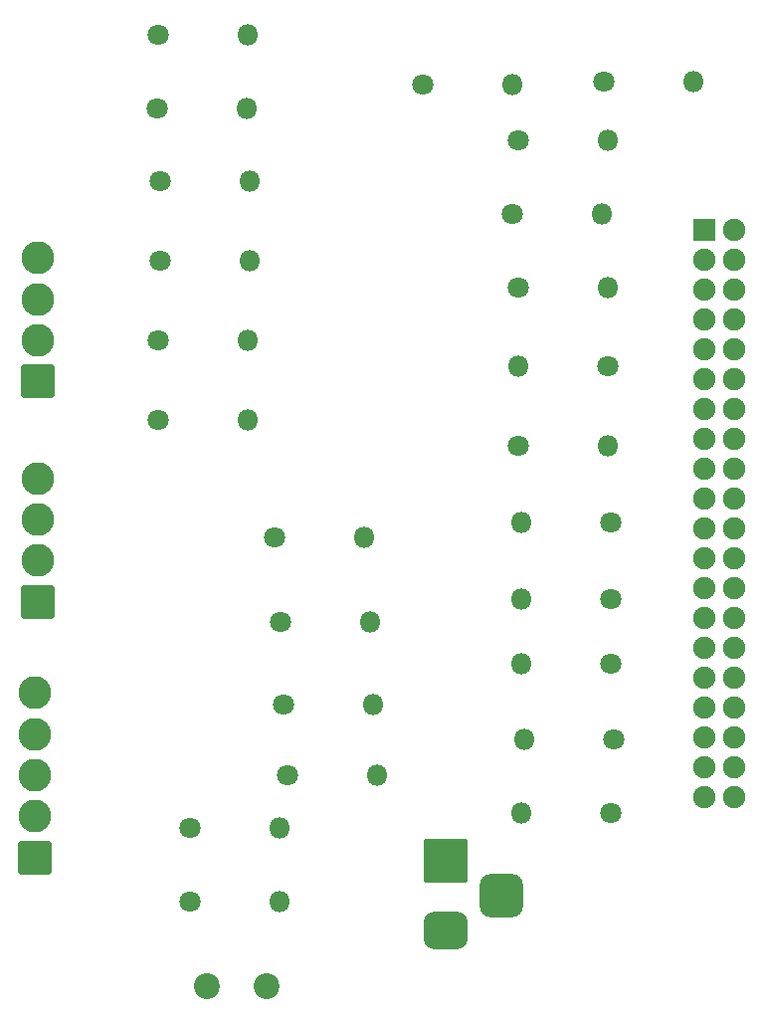
<source format=gbr>
%TF.GenerationSoftware,KiCad,Pcbnew,(6.0.2-0)*%
%TF.CreationDate,2022-04-11T12:52:23+09:00*%
%TF.ProjectId,reTProject,72655450-726f-46a6-9563-742e6b696361,rev?*%
%TF.SameCoordinates,Original*%
%TF.FileFunction,Soldermask,Bot*%
%TF.FilePolarity,Negative*%
%FSLAX46Y46*%
G04 Gerber Fmt 4.6, Leading zero omitted, Abs format (unit mm)*
G04 Created by KiCad (PCBNEW (6.0.2-0)) date 2022-04-11 12:52:23*
%MOMM*%
%LPD*%
G01*
G04 APERTURE LIST*
G04 Aperture macros list*
%AMRoundRect*
0 Rectangle with rounded corners*
0 $1 Rounding radius*
0 $2 $3 $4 $5 $6 $7 $8 $9 X,Y pos of 4 corners*
0 Add a 4 corners polygon primitive as box body*
4,1,4,$2,$3,$4,$5,$6,$7,$8,$9,$2,$3,0*
0 Add four circle primitives for the rounded corners*
1,1,$1+$1,$2,$3*
1,1,$1+$1,$4,$5*
1,1,$1+$1,$6,$7*
1,1,$1+$1,$8,$9*
0 Add four rect primitives between the rounded corners*
20,1,$1+$1,$2,$3,$4,$5,0*
20,1,$1+$1,$4,$5,$6,$7,0*
20,1,$1+$1,$6,$7,$8,$9,0*
20,1,$1+$1,$8,$9,$2,$3,0*%
G04 Aperture macros list end*
%ADD10C,1.800000*%
%ADD11O,1.800000X1.800000*%
%ADD12RoundRect,0.100000X1.300000X-1.300000X1.300000X1.300000X-1.300000X1.300000X-1.300000X-1.300000X0*%
%ADD13C,2.800000*%
%ADD14RoundRect,0.100000X1.750000X-1.750000X1.750000X1.750000X-1.750000X1.750000X-1.750000X-1.750000X0*%
%ADD15RoundRect,0.850000X1.000000X-0.750000X1.000000X0.750000X-1.000000X0.750000X-1.000000X-0.750000X0*%
%ADD16RoundRect,0.975000X0.875000X-0.875000X0.875000X0.875000X-0.875000X0.875000X-0.875000X-0.875000X0*%
%ADD17C,2.200000*%
%ADD18RoundRect,0.100000X-0.850000X-0.850000X0.850000X-0.850000X0.850000X0.850000X-0.850000X0.850000X0*%
%ADD19O,1.900000X1.900000*%
G04 APERTURE END LIST*
D10*
%TO.C,R20*%
X117440000Y-61500000D03*
D11*
X125060000Y-61500000D03*
%TD*%
D10*
%TO.C,R16*%
X125310000Y-94000000D03*
D11*
X117690000Y-94000000D03*
%TD*%
D12*
%TO.C,J2*%
X76500000Y-100750000D03*
D13*
X76500000Y-97250000D03*
X76500000Y-93750000D03*
X76500000Y-90250000D03*
%TD*%
D10*
%TO.C,R19*%
X125310000Y-106000000D03*
D11*
X117690000Y-106000000D03*
%TD*%
D10*
%TO.C,R21*%
X125560000Y-112500000D03*
D11*
X117940000Y-112500000D03*
%TD*%
D10*
%TO.C,R12*%
X89440000Y-126250000D03*
D11*
X97060000Y-126250000D03*
%TD*%
D10*
%TO.C,R11*%
X89500000Y-120000000D03*
D11*
X97120000Y-120000000D03*
%TD*%
D14*
%TO.C,J4*%
X111250000Y-122750000D03*
D15*
X111250000Y-128750000D03*
D16*
X115950000Y-125750000D03*
%TD*%
D10*
%TO.C,R23*%
X124690000Y-56500000D03*
D11*
X132310000Y-56500000D03*
%TD*%
D10*
%TO.C,R8*%
X97190000Y-102500000D03*
D11*
X104810000Y-102500000D03*
%TD*%
D10*
%TO.C,R15*%
X117440000Y-74000000D03*
D11*
X125060000Y-74000000D03*
%TD*%
D12*
%TO.C,J1*%
X76250000Y-122500000D03*
D13*
X76250000Y-119000000D03*
X76250000Y-115500000D03*
X76250000Y-112000000D03*
X76250000Y-108500000D03*
%TD*%
D12*
%TO.C,J3*%
X76545000Y-82000000D03*
D13*
X76545000Y-78500000D03*
X76545000Y-75000000D03*
X76545000Y-71500000D03*
%TD*%
D10*
%TO.C,R14*%
X125060000Y-80750000D03*
D11*
X117440000Y-80750000D03*
%TD*%
D10*
%TO.C,R9*%
X97440000Y-109500000D03*
D11*
X105060000Y-109500000D03*
%TD*%
D10*
%TO.C,R5*%
X86750000Y-78500000D03*
D11*
X94370000Y-78500000D03*
%TD*%
D10*
%TO.C,R4*%
X86940000Y-71750000D03*
D11*
X94560000Y-71750000D03*
%TD*%
D10*
%TO.C,R18*%
X125310000Y-100500000D03*
D11*
X117690000Y-100500000D03*
%TD*%
D17*
%TO.C,F1*%
X96000000Y-133500000D03*
X90920000Y-133490000D03*
%TD*%
D10*
%TO.C,R13*%
X117440000Y-87500000D03*
D11*
X125060000Y-87500000D03*
%TD*%
D18*
%TO.C,J5*%
X133225000Y-69125000D03*
D19*
X135765000Y-69125000D03*
X133225000Y-71665000D03*
X135765000Y-71665000D03*
X133225000Y-74205000D03*
X135765000Y-74205000D03*
X133225000Y-76745000D03*
X135765000Y-76745000D03*
X133225000Y-79285000D03*
X135765000Y-79285000D03*
X133225000Y-81825000D03*
X135765000Y-81825000D03*
X133225000Y-84365000D03*
X135765000Y-84365000D03*
X133225000Y-86905000D03*
X135765000Y-86905000D03*
X133225000Y-89445000D03*
X135765000Y-89445000D03*
X133225000Y-91985000D03*
X135765000Y-91985000D03*
X133225000Y-94525000D03*
X135765000Y-94525000D03*
X133225000Y-97065000D03*
X135765000Y-97065000D03*
X133225000Y-99605000D03*
X135765000Y-99605000D03*
X133225000Y-102145000D03*
X135765000Y-102145000D03*
X133225000Y-104685000D03*
X135765000Y-104685000D03*
X133225000Y-107225000D03*
X135765000Y-107225000D03*
X133225000Y-109765000D03*
X135765000Y-109765000D03*
X133225000Y-112305000D03*
X135765000Y-112305000D03*
X133225000Y-114845000D03*
X135765000Y-114845000D03*
X133225000Y-117385000D03*
X135765000Y-117385000D03*
%TD*%
D10*
%TO.C,R6*%
X86750000Y-85250000D03*
D11*
X94370000Y-85250000D03*
%TD*%
D10*
%TO.C,R24*%
X125310000Y-118750000D03*
D11*
X117690000Y-118750000D03*
%TD*%
D10*
%TO.C,R10*%
X97750000Y-115500000D03*
D11*
X105370000Y-115500000D03*
%TD*%
D10*
%TO.C,R3*%
X86940000Y-65000000D03*
D11*
X94560000Y-65000000D03*
%TD*%
D10*
%TO.C,R7*%
X96690000Y-95250000D03*
D11*
X104310000Y-95250000D03*
%TD*%
D10*
%TO.C,R2*%
X86690000Y-58750000D03*
D11*
X94310000Y-58750000D03*
%TD*%
D10*
%TO.C,R1*%
X86750000Y-52500000D03*
D11*
X94370000Y-52500000D03*
%TD*%
D10*
%TO.C,R17*%
X116940000Y-67750000D03*
D11*
X124560000Y-67750000D03*
%TD*%
D10*
%TO.C,R22*%
X109250000Y-56750000D03*
D11*
X116870000Y-56750000D03*
%TD*%
M02*

</source>
